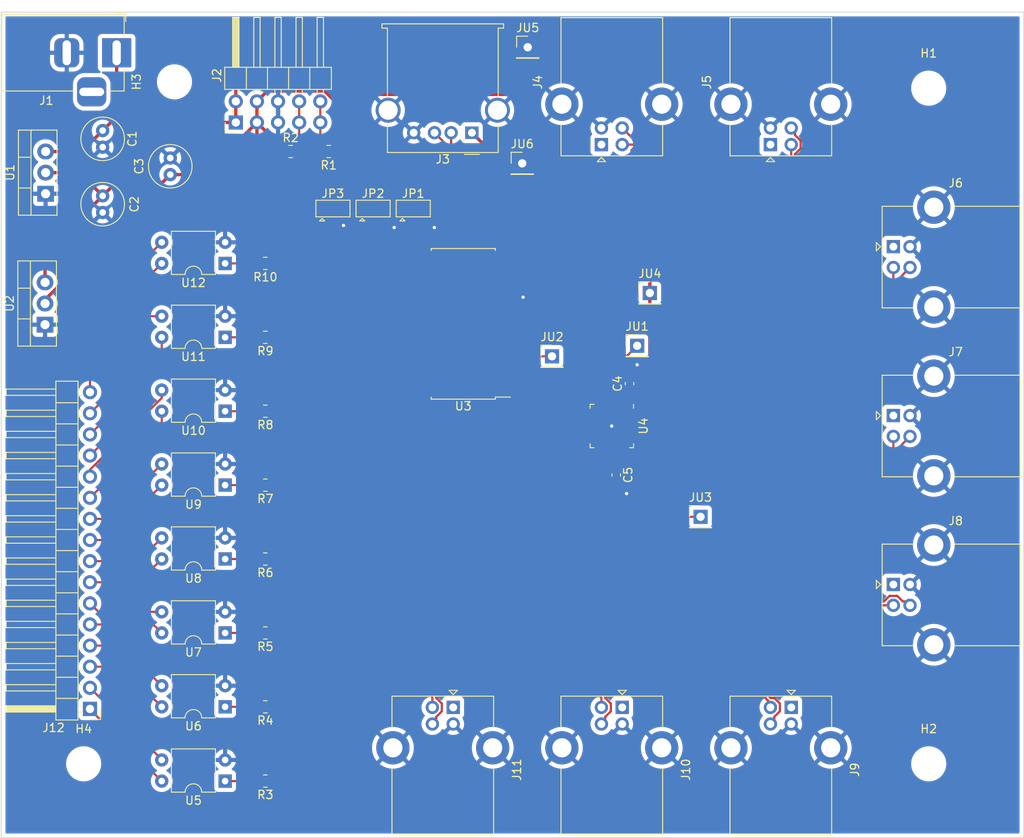
<source format=kicad_pcb>
(kicad_pcb (version 20211014) (generator pcbnew)
  (layers (0 "F.Cu" signal) (31 "B.Cu" signal) (34 "B.Paste" user) (35 "F.Paste" user) (36 "B.SilkS" user "B.Silkscreen") (37 "F.SilkS" user "F.Silkscreen") (38 "B.Mask" user) (39 "F.Mask" user) (44 "Edge.Cuts" user))
  (net 0 "")
  (net 1 "+6V")
  (net 2 "GND")
  (net 3 "+5V")
  (net 4 "+3V3")
  (net 13 "Net-(R3-Pad1)")
  (net 14 "Net-(R3-Pad2)")
  (net 15 "Net-(R4-Pad1)")
  (net 16 "Net-(R4-Pad2)")
  (net 17 "Net-(R5-Pad1)")
  (net 18 "Net-(R5-Pad2)")
  (net 19 "Net-(R6-Pad1)")
  (net 20 "Net-(R6-Pad2)")
  (net 21 "Net-(R7-Pad1)")
  (net 22 "Net-(R7-Pad2)")
  (net 23 "Net-(R8-Pad2)")
  (net 24 "Net-(R9-Pad2)")
  (net 25 "Net-(R10-Pad1)")
  (net 26 "Net-(R10-Pad2)")
  (net 35 "/D7-")
  (net 36 "/D7+")
  (net 37 "/D6-")
  (net 38 "/D6+")
  (net 39 "/D5+")
  (net 40 "/D5-")
  (net 41 "/D4+")
  (net 42 "/D4-")
  (net 43 "/D3+")
  (net 44 "/D3-")
  (net 45 "/D2+")
  (net 46 "/D2-")
  (net 47 "/D1+")
  (net 48 "/D1-")
  (net 49 "/D0+")
  (net 50 "/D0-")
  (net 51 "/COM-")
  (net 52 "/COM+")
  (net 53 "Net-(C5-Pad1)")
  (net 54 "Net-(J2-Pad7)")
  (net 55 "Net-(J2-Pad10)")
  (net 56 "Net-(J12-Pad1)")
  (net 57 "Net-(J12-Pad2)")
  (net 58 "Net-(J12-Pad3)")
  (net 59 "Net-(J12-Pad4)")
  (net 60 "Net-(J12-Pad5)")
  (net 61 "Net-(J12-Pad6)")
  (net 62 "Net-(J12-Pad7)")
  (net 63 "Net-(J12-Pad8)")
  (net 64 "Net-(J12-Pad9)")
  (net 65 "Net-(J12-Pad10)")
  (net 66 "Net-(J12-Pad11)")
  (net 67 "Net-(J12-Pad12)")
  (net 68 "Net-(J12-Pad13)")
  (net 69 "Net-(J12-Pad14)")
  (net 70 "Net-(J12-Pad15)")
  (net 71 "Net-(J12-Pad16)")
  (net 72 "Net-(JP1-Pad2)")
  (net 73 "Net-(JP2-Pad2)")
  (net 74 "Net-(JP3-Pad2)")
  (net 75 "Net-(JU1-Pad1)")
  (net 76 "Net-(JU2-Pad1)")
  (net 77 "Net-(R8-Pad1)")
  (net 78 "Net-(R9-Pad1)")
  (net 79 "Net-(U3-Pad3)")
  (net 80 "Net-(U3-Pad2)")
  (net 81 "Net-(U3-Pad1)")
  (net 82 "Net-(J3-Pad1)")
  (footprint "Connector_USB:USB_B_Lumberg_2411_02_Horizontal" (layer "F.Cu") (at 151.11 125.2925 -90)
    (fp_text reference "J11")
    (fp_text value "USB_B")
  )
  (footprint "Connector_USB:USB_B_Lumberg_2411_02_Horizontal" (layer "F.Cu") (at 204.0325 69.87)
    (fp_text reference "J6")
    (fp_text value "USB_B")
  )
  (footprint "Package_DIP:DIP-4_W7.62mm" (layer "F.Cu") (at 123.688 80.772 180)
    (fp_text reference "U11")
    (fp_text value "PC817")
  )
  (footprint "Connector_PinHeader_2.54mm:PinHeader_1x01_P2.54mm_Vertical" (layer "F.Cu") (at 173.228 81.788)
    (fp_text reference "JU1")
    (fp_text value "GPB3_Jump")
  )
  (footprint "Connector_PinHeader_2.54mm:PinHeader_1x01_P2.54mm_Vertical" (layer "F.Cu") (at 174.752 75.438)
    (fp_text reference "JU4")
    (fp_text value "3.3V_Jump")
  )
  (footprint "Resistor_SMD:R_0805_2012Metric_Pad1.20x1.40mm_HandSolder" (layer "F.Cu") (at 136.144 58.42 180)
    (fp_text reference "R1")
    (fp_text value "1k")
  )
  (footprint "MountingHole:MountingHole_3.2mm_M3" (layer "F.Cu") (at 208.28 132.08)
    (fp_text reference "H2")
    (fp_text value "MountingHole")
  )
  (footprint "Capacitor_SMD:C_0603_1608Metric_Pad1.08x0.95mm_HandSolder" (layer "F.Cu") (at 172.31 86.34 90)
    (fp_text reference "C4")
    (fp_text value "0.1uF")
  )
  (footprint "Connector_PinHeader_2.54mm:PinHeader_2x05_P2.54mm_Horizontal" (layer "F.Cu") (at 124.973 54.926 90)
    (fp_text reference "J2")
    (fp_text value "Conn_01x10")
  )
  (footprint "Connector_PinHeader_2.54mm:PinHeader_1x01_P2.54mm_Vertical" (layer "F.Cu") (at 162.99 83.058)
    (fp_text reference "JU2")
    (fp_text value "GPB3_Jump")
  )
  (footprint "Package_DIP:DIP-4_W7.62mm" (layer "F.Cu") (at 123.688 98.552 180)
    (fp_text reference "U9")
    (fp_text value "PC817")
  )
  (footprint "Connector_USB:USB_B_Lumberg_2411_02_Horizontal" (layer "F.Cu") (at 191.75 125.2925 -90)
    (fp_text reference "J9")
    (fp_text value "USB_B")
  )
  (footprint "Connector_USB:USB_B_Lumberg_2411_02_Horizontal" (layer "F.Cu") (at 168.93 57.5875 90)
    (fp_text reference "J4")
    (fp_text value "USB_B")
  )
  (footprint "Resistor_SMD:R_0805_2012Metric_Pad1.20x1.40mm_HandSolder" (layer "F.Cu") (at 131.572 58.42)
    (fp_text reference "R2")
    (fp_text value "1k")
  )
  (footprint "Jumper:SolderJumper-3_P1.3mm_Open_Pad1.0x1.5mm" (layer "F.Cu") (at 146.304 65.278)
    (fp_text reference "JP1")
    (fp_text value "Addr")
  )
  (footprint "Connector_PinHeader_2.54mm:PinHeader_1x01_P2.54mm_Vertical" (layer "F.Cu") (at 159.4104 59.8424)
    (fp_text reference "JU6")
    (fp_text value "5V_Jump")
  )
  (footprint "MountingHole:MountingHole_3.2mm_M3" (layer "F.Cu") (at 117.602 50.038)
    (fp_text reference "H3")
    (fp_text value "MountingHole")
  )
  (footprint "Package_TO_SOT_THT:TO-220-3_Vertical" (layer "F.Cu") (at 102.037 79.248 90)
    (fp_text reference "U2")
    (fp_text value "LT1085-3.3")
  )
  (footprint "Package_DIP:DIP-4_W7.62mm" (layer "F.Cu") (at 123.688 107.442 180)
    (fp_text reference "U8")
    (fp_text value "PC817")
  )
  (footprint "Resistor_SMD:R_0805_2012Metric_Pad1.20x1.40mm_HandSolder" (layer "F.Cu") (at 128.524 89.662 180)
    (fp_text reference "R8")
    (fp_text value "100")
  )
  (footprint "Connector_PinHeader_2.54mm:PinHeader_1x01_P2.54mm_Vertical" (layer "F.Cu") (at 180.848 102.362)
    (fp_text reference "JU3")
    (fp_text value "3.3V_Jump")
  )
  (footprint "Resistor_SMD:R_0805_2012Metric_Pad1.20x1.40mm_HandSolder" (layer "F.Cu") (at 128.524 116.337 180)
    (fp_text reference "R5")
    (fp_text value "100")
  )
  (footprint "Resistor_SMD:R_0805_2012Metric_Pad1.20x1.40mm_HandSolder" (layer "F.Cu") (at 128.524 107.442 180)
    (fp_text reference "R6")
    (fp_text value "100")
  )
  (footprint "Connector_PinHeader_2.54mm:PinHeader_1x16_P2.54mm_Horizontal" (layer "F.Cu") (at 107.442 125.476 180)
    (fp_text reference "J12")
    (fp_text value "Conn_01x16")
  )
  (footprint "Jumper:SolderJumper-3_P1.3mm_Open_Pad1.0x1.5mm" (layer "F.Cu") (at 136.652 65.278)
    (fp_text reference "JP3")
    (fp_text value "Addr")
  )
  (footprint "Connector_USB:USB_B_Lumberg_2411_02_Horizontal" (layer "F.Cu") (at 204.0325 90.19)
    (fp_text reference "J7")
    (fp_text value "USB_B")
  )
  (footprint "Connector_USB:USB_A_Molex_67643_Horizontal" (layer "F.Cu") (at 153.36 56.16 180)
    (fp_text reference "J3")
    (fp_text value "USB_A")
  )
  (footprint "Resistor_SMD:R_0805_2012Metric_Pad1.20x1.40mm_HandSolder" (layer "F.Cu") (at 128.524 134.158 180)
    (fp_text reference "R3")
    (fp_text value "100")
  )
  (footprint "Capacitor_THT:C_Radial_D5.0mm_H11.0mm_P2.00mm" (layer "F.Cu") (at 117.094 61.198 90)
    (fp_text reference "C3")
    (fp_text value "10uF")
  )
  (footprint "Connector_PinHeader_2.54mm:PinHeader_1x01_P2.54mm_Vertical" (layer "F.Cu") (at 160.0708 45.8724)
    (fp_text reference "JU5")
    (fp_text value "5V_Jump")
  )
  (footprint "Connector_USB:USB_B_Lumberg_2411_02_Horizontal" (layer "F.Cu") (at 204.0325 110.51)
    (fp_text reference "J8")
    (fp_text value "USB_B")
  )
  (footprint "Package_DIP:DIP-4_W7.62mm" (layer "F.Cu") (at 123.688 125.222 180)
    (fp_text reference "U6")
    (fp_text value "PC817")
  )
  (footprint "AdditionalParts:MAX4999" (layer "F.Cu") (at 170.18 91.44 -90)
    (fp_text reference "U4")
    (fp_text value "MAX4999")
  )
  (footprint "Capacitor_THT:C_Radial_D5.0mm_H11.0mm_P2.00mm" (layer "F.Cu") (at 108.966 63.754 -90)
    (fp_text reference "C2")
    (fp_text value "10uF")
  )
  (footprint "Package_DIP:DIP-4_W7.62mm" (layer "F.Cu") (at 123.688 116.337 180)
    (fp_text reference "U7")
    (fp_text value "PC817")
  )
  (footprint "MountingHole:MountingHole_3.2mm_M3" (layer "F.Cu") (at 106.68 132.08)
    (fp_text reference "H4")
    (fp_text value "MountingHole")
  )
  (footprint "Jumper:SolderJumper-3_P1.3mm_Open_Pad1.0x1.5mm" (layer "F.Cu") (at 141.478 65.278)
    (fp_text reference "JP2")
    (fp_text value "Addr")
  )
  (footprint "MountingHole:MountingHole_3.2mm_M3" (layer "F.Cu") (at 208.28 50.8)
    (fp_text reference "H1")
    (fp_text value "MountingHole")
  )
  (footprint "Connector_USB:USB_B_Lumberg_2411_02_Horizontal" (layer "F.Cu") (at 189.25 57.5875 90)
    (fp_text reference "J5")
    (fp_text value "USB_B")
  )
  (footprint "Capacitor_SMD:C_0603_1608Metric_Pad1.08x0.95mm_HandSolder" (layer "F.Cu") (at 170.71 97.3325 -90)
    (fp_text reference "C5")
    (fp_text value "0.1uF")
  )
  (footprint "Package_DIP:DIP-4_W7.62mm" (layer "F.Cu") (at 123.688 71.882 180)
    (fp_text reference "U12")
    (fp_text value "PC817")
  )
  (footprint "Package_DIP:DIP-4_W7.62mm" (layer "F.Cu") (at 123.688 134.158 180)
    (fp_text reference "U5")
    (fp_text value "PC817")
  )
  (footprint "Package_DIP:DIP-4_W7.62mm" (layer "F.Cu") (at 123.688 89.662 180)
    (fp_text reference "U10")
    (fp_text value "PC817")
  )
  (footprint "Resistor_SMD:R_0805_2012Metric_Pad1.20x1.40mm_HandSolder" (layer "F.Cu") (at 128.524 71.882 180)
    (fp_text reference "R10")
    (fp_text value "100")
  )
  (footprint "Resistor_SMD:R_0805_2012Metric_Pad1.20x1.40mm_HandSolder" (layer "F.Cu") (at 128.524 80.772 180)
    (fp_text reference "R9")
    (fp_text value "100")
  )
  (footprint "Resistor_SMD:R_0805_2012Metric_Pad1.20x1.40mm_HandSolder" (layer "F.Cu") (at 128.524 125.222 180)
    (fp_text reference "R4")
    (fp_text value "100")
  )
  (footprint "Package_SO:SOIC-28W_7.5x17.9mm_P1.27mm" (layer "F.Cu") (at 152.32 79.15 180)
    (fp_text reference "U3")
    (fp_text value "MCP23017_SO")
  )
  (footprint "Connector_BarrelJack:BarrelJack_Horizontal" (layer "F.Cu") (at 110.648 46.5405)
    (fp_text reference "J1")
    (fp_text value "Jack-DC")
  )
  (footprint "Capacitor_THT:C_Radial_D5.0mm_H11.0mm_P2.00mm" (layer "F.Cu") (at 108.966 55.896 -90)
    (fp_text reference "C1")
    (fp_text value "10uF")
  )
  (footprint "Resistor_SMD:R_0805_2012Metric_Pad1.20x1.40mm_HandSolder" (layer "F.Cu") (at 128.524 98.552 180)
    (fp_text reference "R7")
    (fp_text value "100")
  )
  (footprint "Connector_USB:USB_B_Lumberg_2411_02_Horizontal" (layer "F.Cu") (at 171.43 125.2925 -90)
    (fp_text reference "J10")
    (fp_text value "USB_B")
  )
  (footprint "Package_TO_SOT_THT:TO-220-3_Vertical" (layer "F.Cu") (at 102.108 63.5 90)
    (fp_text reference "U1")
    (fp_text value "LT1085-5.0")
  )
  (gr_rect (start 96.774 41.656) (end 219.71 140.97) (layer "Edge.Cuts") (width 0.1) (fill none))
  (segment (start 110.648 46.5405) (end 110.648 54.214) (width 0.4) (layer "F.Cu") (net 1))
  (segment (start 106.442 58.42) (end 108.966 55.896) (width 0.4) (layer "F.Cu") (net 1))
  (segment (start 102.108 58.42) (end 106.442 58.42) (width 0.4) (layer "F.Cu") (net 1))
  (segment (start 110.648 54.214) (end 108.966 55.896) (width 0.4) (layer "F.Cu") (net 1))
  (segment (start 170.18 91.212328) (end 170.18 91.44) (width 0.25) (layer "F.Cu") (net 2))
  (segment (start 170.71 98.32) (end 171.958 99.568) (width 0.25) (layer "F.Cu") (net 2))
  (segment (start 168.43 93.8775) (end 168.43 93.417672) (width 0.25) (layer "F.Cu") (net 2))
  (segment (start 169.43 90.69) (end 170.18 91.44) (width 0.25) (layer "F.Cu") (net 2))
  (segment (start 169.43 92.19) (end 170.17 91.45) (width 0.25) (layer "F.Cu") (net 2))
  (segment (start 172.6175 90.69) (end 170.93 90.69) (width 0.25) (layer "F.Cu") (net 2))
  (segment (start 142.778 65.278) (end 142.778 66.324) (width 0.25) (layer "F.Cu") (net 2))
  (segment (start 171.93 93.8775) (end 171.93 93.40894) (width 0.25) (layer "F.Cu") (net 2))
  (segment (start 170.18 91.65894) (end 170.18 91.44) (width 0.25) (layer "F.Cu") (net 2))
  (segment (start 159.483 75.975) (end 159.512 75.946) (width 0.25) (layer "F.Cu") (net 2))
  (segment (start 171.93 89.0025) (end 171.93 89.462328) (width 0.25) (layer "F.Cu") (net 2))
  (segment (start 137.952 67.28) (end 137.922 67.31) (width 0.25) (layer "F.Cu") (net 2))
  (segment (start 172.31 85.4775) (end 172.31 84.992) (width 0.25) (layer "F.Cu") (net 2))
  (segment (start 170.18 91.667672) (end 170.18 91.44) (width 0.25) (layer "F.Cu") (net 2))
  (segment (start 170.17 91.45) (end 170.18 91.44) (width 0.25) (layer "F.Cu") (net 2))
  (segment (start 171.93 89.462328) (end 170.18 91.212328) (width 0.25) (layer "F.Cu") (net 2))
  (segment (start 172.31 84.992) (end 173.228 84.074) (width 0.25) (layer "F.Cu") (net 2))
  (segment (start 137.952 65.278) (end 137.952 67.28) (width 0.25) (layer "F.Cu") (net 2))
  (segment (start 170.43 93.8775) (end 170.43 91.69) (width 0.25) (layer "F.Cu") (net 2))
  (segment (start 170.71 98.195) (end 170.71 98.32) (width 0.25) (layer "F.Cu") (net 2))
  (segment (start 167.7425 92.19) (end 169.43 92.19) (width 0.25) (layer "F.Cu") (net 2))
  (segment (start 170.93 92.19) (end 170.18 91.44) (width 0.25) (layer "F.Cu") (net 2))
  (segment (start 170.93 90.69) (end 170.18 91.44) (width 0.25) (layer "F.Cu") (net 2))
  (segment (start 142.778 66.324) (end 144.018 67.564) (width 0.25) (layer "F.Cu") (net 2))
  (segment (start 167.7425 90.69) (end 169.43 90.69) (width 0.25) (layer "F.Cu") (net 2))
  (segment (start 170.43 91.69) (end 170.18 91.44) (width 0.25) (layer "F.Cu") (net 2))
  (segment (start 147.604 65.278) (end 147.604 66.324) (width 0.25) (layer "F.Cu") (net 2))
  (segment (start 171.93 93.40894) (end 170.18 91.65894) (width 0.25) (layer "F.Cu") (net 2))
  (segment (start 172.6175 92.19) (end 170.93 92.19) (width 0.25) (layer "F.Cu") (net 2))
  (segment (start 168.43 93.417672) (end 170.18 91.667672) (width 0.25) (layer "F.Cu") (net 2))
  (segment (start 147.604 66.324) (end 148.844 67.564) (width 0.25) (layer "F.Cu") (net 2))
  (segment (start 156.97 75.975) (end 159.483 75.975) (width 0.25) (layer "F.Cu") (net 2))
  (via (at 148.844 67.564) (size 0.8) (drill 0.4) (layers "F.Cu" "B.Cu") (net 2))
  (via (at 173.228 84.074) (size 0.8) (drill 0.4) (layers "F.Cu" "B.Cu") (net 2))
  (via (at 159.512 75.946) (size 0.8) (drill 0.4) (layers "F.Cu" "B.Cu") (net 2))
  (via (at 170.17 91.45) (size 0.8) (drill 0.4) (layers "F.Cu" "B.Cu") (net 2))
  (via (at 137.922 67.31) (size 0.8) (drill 0.4) (layers "F.Cu" "B.Cu") (net 2))
  (via (at 144.018 67.564) (size 0.8) (drill 0.4) (layers "F.Cu" "B.Cu") (net 2))
  (via (at 171.958 99.568) (size 0.8) (drill 0.4) (layers "F.Cu" "B.Cu") (net 2))
  (segment (start 102.037 70.683) (end 108.966 63.754) (width 0.4) (layer "F.Cu") (net 3))
  (segment (start 106.172 60.96) (end 108.966 63.754) (width 0.4) (layer "F.Cu") (net 3))
  (segment (start 108.966 63.754) (end 117.794 54.926) (width 0.4) (layer "F.Cu") (net 3))
  (segment (start 124.973 48.636) (end 127.7366 45.8724) (width 0.4) (layer "F.Cu") (net 3))
  (segment (start 124.973 52.386) (end 124.973 48.636) (width 0.4) (layer "F.Cu") (net 3))
  (segment (start 127.7366 45.8724) (end 160.0708 45.8724) (width 0.4) (layer "F.Cu") (net 3))
  (segment (start 117.794 54.926) (end 124.973 54.926) (width 0.4) (layer "F.Cu") (net 3))
  (segment (start 124.973 54.926) (end 124.973 52.386) (width 0.4) (layer "F.Cu") (net 3))
  (segment (start 102.108 60.96) (end 106.172 60.96) (width 0.4) (layer "F.Cu") (net 3))
  (segment (start 102.037 74.168) (end 102.037 70.683) (width 0.4) (layer "F.Cu") (net 3))
  (segment (start 127.513 65.029) (end 127.513 60.203) (width 0.4) (layer "F.Cu") (net 4))
  (segment (start 137.144 52.629924) (end 135.650565 51.136489) (width 0.4) (layer "F.Cu") (net 4))
  (segment (start 128.762511 51.136489) (end 127.513 52.386) (width 0.4) (layer "F.Cu") (net 4))
  (segment (start 137.144 52.629924) (end 138.223435 51.550489) (width 0.4) (layer "F.Cu") (net 4))
  (segment (start 171.66625 87.84625) (end 172.31 87.2025) (width 0.25) (layer "F.Cu") (net 4))
  (segment (start 171.43 89.0025) (end 171.43 88.0825) (width 0.25) (layer "F.Cu") (net 4))
  (segment (start 130.572 57.985) (end 127.513 54.926) (width 0.4) (layer "F.Cu") (net 4))
  (segment (start 102.037 76.255) (end 117.094 61.198) (width 0.4) (layer "F.Cu") (net 4))
  (segment (start 174.752 68.072) (end 174.752 84.7605) (width 0.4) (layer "F.Cu") (net 4))
  (segment (start 137.144 58.42) (end 137.144 52.629924) (width 0.4) (layer "F.Cu") (net 4))
  (segment (start 134.141 74.705) (end 131.572 72.136) (width 0.4) (layer "F.Cu") (net 4))
  (segment (start 135.352 64.528978) (end 135.752489 64.128489) (width 0.4) (layer "F.Cu") (net 4))
  (segment (start 102.037 76.708) (end 102.037 76.255) (width 0.4) (layer "F.Cu") (net 4))
  (segment (start 140.087511 64.128489) (end 143.854489 64.128489) (width 0.4) (layer "F.Cu") (net 4))
  (segment (start 156.97 77.245) (end 150.742138 77.245) (width 0.4) (layer "F.Cu") (net 4))
  (segment (start 121.241 61.198) (end 127.513 54.926) (width 0.4) (layer "F.Cu") (net 4))
  (segment (start 150.742138 77.245) (end 148.202138 74.705) (width 0.4) (layer "F.Cu") (net 4))
  (segment (start 127.513 54.926) (end 127.513 52.386) (width 0.4) (layer "F.Cu") (net 4))
  (segment (start 147.67 74.705) (end 134.141 74.705) (width 0.4) (layer "F.Cu") (net 4))
  (segment (start 148.202138 74.705) (end 147.67 74.705) (width 0.4) (layer "F.Cu") (net 4))
  (segment (start 130.572 58.42) (end 130.572 57.985) (width 0.4) (layer "F.Cu") (net 4))
  (segment (start 127.513 60.203) (end 127.513 54.926) (width 0.4) (layer "F.Cu") (net 4))
  (segment (start 135.650565 51.136489) (end 128.762511 51.136489) (width 0.4) (layer "F.Cu") (net 4))
  (segment (start 171.43 88.0825) (end 171.66625 87.84625) (width 0.25) (layer "F.Cu") (net 4))
  (segment (start 131.572 69.088) (end 127.513 65.029) (width 0.4) (layer "F.Cu") (net 4))
  (segment (start 135.352 65.278) (end 135.352 64.528978) (width 0.4) (layer "F.Cu") (net 4))
  (segment (start 140.178 65.278) (end 140.178 64.218978) (width 0.4) (layer "F.Cu") (net 4))
  (segment (start 138.223435 51.550489) (end 158.230489 51.550489) (width 0.4) (layer "F.Cu") (net 4))
  (segment (start 131.572 72.136) (end 131.572 69.088) (width 0.4) (layer "F.Cu") (net 4))
  (segment (start 140.178 64.218978) (end 140.087511 64.128489) (width 0.4) (layer "F.Cu") (net 4))
  (segment (start 117.094 61.198) (end 121.241 61.198) (width 0.4) (layer "F.Cu") (net 4))
  (segment (start 174.752 84.7605) (end 172.31 87.2025) (width 0.4) (layer "F.Cu") (net 4))
  (segment (start 158.230489 51.550489) (end 174.752 68.072) (width 0.4) (layer "F.Cu") (net 4))
  (segment (start 127.513 60.203) (end 132.588 65.278) (width 0.4) (layer "F.Cu") (net 4))
  (segment (start 143.854489 64.128489) (end 145.004 65.278) (width 0.4) (layer "F.Cu") (net 4))
  (segment (start 135.752489 64.128489) (end 140.087511 64.128489) (width 0.4) (layer "F.Cu") (net 4))
  (segment (start 132.588 65.278) (end 135.352 65.278) (width 0.4) (layer "F.Cu") (net 4))
  (segment (start 137.16 97.536) (end 137.16 126.522) (width 0.25) (layer "F.Cu") (net 13))
  (segment (start 147.67 87.405) (end 147.291 87.405) (width 0.25) (layer "F.Cu") (net 13))
  (segment (start 147.291 87.405) (end 137.16 97.536) (width 0.25) (layer "F.Cu") (net 13))
  (segment (start 137.16 126.522) (end 129.524 134.158) (width 0.25) (layer "F.Cu") (net 13))
  (segment (start 123.688 134.158) (end 127.524 134.158) (width 0.25) (layer "F.Cu") (net 14))
  (segment (start 131.318 123.428) (end 129.524 125.222) (width 0.25) (layer "F.Cu") (net 15))
  (segment (start 131.318 102.060928) (end 131.318 123.428) (width 0.25) (layer "F.Cu") (net 15))
  (segment (start 147.243928 86.135) (end 131.318 102.060928) (width 0.25) (layer "F.Cu") (net 15))
  (segment (start 147.67 86.135) (end 147.243928 86.135) (width 0.25) (layer "F.Cu") (net 15))
  (segment (start 123.688 125.222) (end 127.524 125.222) (width 0.25) (layer "F.Cu") (net 16))
  (segment (start 130.44852 101.660408) (end 130.44852 115.41248) (width 0.25) (layer "F.Cu") (net 17))
  (segment (start 147.67 84.865) (end 147.243928 84.865) (width 0.25) (layer "F.Cu") (net 17))
  (segment (start 147.243928 84.865) (end 130.44852 101.660408) (width 0.25) (layer "F.Cu") (net 17))
  (segment (start 130.44852 115.41248) (end 129.524 116.337) (width 0.25) (layer "F.Cu") (net 17))
  (segment (start 123.688 116.337) (end 127.524 116.337) (width 0.25) (layer "F.Cu") (net 18))
  (segment (start 147.243928 83.595) (end 129.524 101.314928) (width 0.25) (layer "F.Cu") (net 19))
  (segment (start 147.67 83.595) (end 147.243928 83.595) (width 0.25) (layer "F.Cu") (net 19))
  (segment (start 129.524 101.314928) (end 129.524 107.442) (width 0.25) (layer "F.Cu") (net 19))
  (segment (start 123.688 107.442) (end 127.524 107.442) (width 0.25) (layer "F.Cu") (net 20))
  (segment (start 145.78 82.296) (end 129.524 98.552) (width 0.25) (layer "F.Cu") (net 21))
  (segment (start 147.67 82.325) (end 147.641 82.296) (width 0.25) (layer "F.Cu") (net 21))
  (segment (start 147.641 82.296) (end 145.78 82.296) (width 0.25) (layer "F.Cu") (net 21))
  (segment (start 123.688 98.552) (end 127.524 98.552) (width 0.25) (layer "F.Cu") (net 22))
  (segment (start 123.688 89.662) (end 127.524 89.662) (width 0.25) (layer "F.Cu") (net 23))
  (segment (start 123.688 80.772) (end 127.524 80.772) (width 0.25) (layer "F.Cu") (net 24))
  (segment (start 147.67 78.515) (end 134.903 78.515) (width 0.25) (layer "F.Cu") (net 25))
  (segment (start 129.524 73.136) (end 129.524 71.882) (width 0.25) (layer "F.Cu") (net 25))
  (segment (start 134.903 78.515) (end 129.524 73.136) (width 0.25) (layer "F.Cu") (net 25))
  (segment (start 123.688 71.882) (end 127.524 71.882) (width 0.25) (layer "F.Cu") (net 26))
  (segment (start 171.43 57.5875) (end 172.773363 57.5875) (width 0.261112) (layer "F.Cu") (net 35))
  (segment (start 172.78193 58.020333) (end 172.781931 58.020332) (width 0.261112) (layer "F.Cu") (net 35))
  (segment (start 172.853837 89.707843) (end 172.635343 89.707843) (width 0.261112) (layer "F.Cu") (net 35))
  (segment (start 174.478987 59.293124) (end 178.837844 63.651981) (width 0.261112) (layer "F.Cu") (net 35))
  (segment (start 173.630459 58.86886) (end 173.475531 59.023787) (width 0.261112) (layer "F.Cu") (net 35))
  (segment (start 173.630458 58.868861) (end 173.630459 58.86886) (width 0.261112) (layer "F.Cu") (net 35))
  (segment (start 173.051268 58.599522) (end 173.051267 58.599523) (width 0.261112) (layer "F.Cu") (net 35))
  (segment (start 173.630458 58.444595) (end 173.630459 58.444596) (width 0.261112) (layer "F.Cu") (net 35))
  (segment (start 172.773363 57.5875) (end 172.781931 57.596068) (width 0.261112) (layer "F.Cu") (net 35))
  (segment (start 173.051267 58.599523) (end 173.206194 58.444595) (width 0.261112) (layer "F.Cu") (net 35))
  (segment (start 172.635343 89.707843) (end 172.6175 89.69) (width 0.261112) (layer "F.Cu") (net 35))
  (segment (start 173.899796 59.44805) (end 173.899795 59.448051) (width 0.261112) (layer "F.Cu") (net 35))
  (segment (start 173.899795 59.448051) (end 174.054722 59.293123) (width 0.261112) (layer "F.Cu") (net 35))
  (segment (start 172.781931 58.020332) (end 172.627003 58.175259) (width 0.261112) (layer "F.Cu") (net 35))
  (segment (start 174.478986 59.293123) (end 174.478987 59.293124) (width 0.261112) (layer "F.Cu") (net 35))
  (segment (start 178.837844 83.723836) (end 172.853837 89.707843) (width 0.261112) (layer "F.Cu") (net 35))
  (segment (start 178.837844 63.651981) (end 178.837844 83.723836) (width 0.261112) (layer "F.Cu") (net 35))
  (arc (start 172.781931 57.596068) (mid 172.869799 57.808201) (end 172.78193 58.020333) (width 0.261112) (layer "F.Cu") (net 35))
  (arc (start 173.475531 59.448051) (mid 173.687664 59.535919) (end 173.899796 59.44805) (width 0.261112) (layer "F.Cu") (net 35))
  (arc (start 173.630459 58.444596) (mid 173.718327 58.656729) (end 173.630458 58.868861) (width 0.261112) (layer "F.Cu") (net 35))
  (arc (start 173.475531 59.023787) (mid 173.387663 59.235919) (end 173.475531 59.448051) (width 0.261112) (layer "F.Cu") (net 35))
  (arc (start 172.627003 58.599523) (mid 172.839136 58.687391) (end 173.051268 58.599522) (width 0.261112) (layer "F.Cu") (net 35))
  (arc (start 174.054722 59.293123) (mid 174.266854 59.205255) (end 174.478986 59.293123) (width 0.261112) (layer "F.Cu") (net 35))
  (arc (start 172.627003 58.175259) (mid 172.539135 58.387391) (end 172.627003 58.599523) (width 0.261112) (layer "F.Cu") (net 35))
  (arc (start 173.206194 58.444595) (mid 173.418326 58.356727) (end 173.630458 58.444595) (width 0.261112) (layer "F.Cu") (net 35))
  (segment (start 173.360076 89.91511) (end 173.360076 89.858244) (width 0.261112) (layer "F.Cu") (net 36))
  (segment (start 179.302156 83.916164) (end 179.302156 63.459656) (width 0.261112) (layer "F.Cu") (net 36))
  (segment (start 179.302156 63.459656) (end 171.43 55.5875) (width 0.261112) (layer "F.Cu") (net 36))
  (segment (start 173.103029 90.172157) (end 173.360076 89.91511) (width 0.261112) (layer "F.Cu") (net 36))
  (segment (start 172.6175 90.19) (end 172.635343 90.172157) (width 0.261112) (layer "F.Cu") (net 36))
  (segment (start 173.360076 89.858244) (end 179.302156 83.916164) (width 0.261112) (layer "F.Cu") (net 36))
  (segment (start 172.635343 90.172157) (end 173.103029 90.172157) (width 0.261112) (layer "F.Cu") (net 36))
  (segment (start 191.214165 59.94) (end 191.45 59.94) (width 0.261112) (layer "F.Cu") (net 37))
  (segment (start 191.45 60.54) (end 191.214165 60.54) (width 0.261112) (layer "F.Cu") (net 37))
  (segment (start 191.45 59.34) (end 191.214165 59.34) (width 0.261112) (layer "F.Cu") (net 37))
  (segment (start 191.75 62.69) (end 191.75 72.92168) (width 0.261112) (layer "F.Cu") (net 37))
  (segment (start 172.635343 91.207843) (end 172.6175 91.19) (width 0.261112) (layer "F.Cu") (net 37))
  (segment (start 173.463837 91.207843) (end 172.635343 91.207843) (width 0.261112) (layer "F.Cu") (net 37))
  (segment (start 191.214165 62.34) (end 191.45 62.34) (width 0.261112) (layer "F.Cu") (net 37))
  (segment (start 191.75 62.64) (end 191.75 62.69) (width 0.261112) (layer "F.Cu") (net 37))
  (segment (start 191.75 72.92168) (end 173.463837 91.207843) (width 0.261112) (layer "F.Cu") (net 37))
  (segment (start 191.214165 61.14) (end 191.45 61.14) (width 0.261112) (layer "F.Cu") (net 37))
  (segment (start 191.75 57.5875) (end 191.75 59.04) (width 0.261112) (layer "F.Cu") (net 37))
  (segment (start 191.45 61.74) (end 191.214165 61.74) (width 0.261112) (layer "F.Cu") (net 37))
  (arc (start 191.214165 60.54) (mid 191.002033 60.627868) (end 190.914165 60.84) (width 0.261112) (layer "F.Cu") (net 37))
  (arc (start 191.75 60.24) (mid 191.662132 60.452132) (end 191.45 60.54) (width 0.261112) (layer "F.Cu") (net 37))
  (arc (start 191.214165 61.74) (mid 191.002033 61.827868) (end 190.914165 62.04) (width 0.261112) (layer "F.Cu") (net 37))
  (arc (start 190.914165 59.64) (mid 191.002033 59.852132) (end 191.214165 59.94) (width 0.261112) (layer "F.Cu") (net 37))
  (arc (start 191.45 59.94) (mid 191.662132 60.027868) (end 191.75 60.24) (width 0.261112) (layer "F.Cu") (net 37))
  (arc (start 191.45 61.14) (mid 191.662132 61.227868) (end 191.75 61.44) (width 0.261112) (layer "F.Cu") (net 37))
  (arc (start 191.75 61.44) (mid 191.662132 61.652132) (end 191.45 61.74) (width 0.261112) (layer "F.Cu") (net 37))
  (arc (start 190.914165 60.84) (mid 191.002033 61.052132) (end 191.214165 61.14) (width 0.261112) (layer "F.Cu") (net 37))
  (arc (start 190.914165 62.04) (mid 191.002033 62.252132) (end 191.214165 62.34) (width 0.261112) (layer "F.Cu") (net 37))
  (arc (start 191.214165 59.34) (mid 191.002033 59.427868) (end 190.914165 59.64) (width 0.261112) (layer "F.Cu") (net 37))
  (arc (start 191.45 62.34) (mid 191.662132 62.427868) (end 191.75 62.64) (width 0.261112) (layer "F.Cu") (net 37))
  (arc (start 191.75 59.04) (mid 191.662132 59.252132) (end 191.45 59.34) (width 0.261112) (layer "F.Cu") (net 37))
  (segment (start 172.635343 91.672157) (end 172.6175 91.69) (width 0.261112) (layer "F.Cu") (net 38))
  (segment (start 173.656163 91.672157) (end 172.635343 91.672157) (width 0.261112) (layer "F.Cu") (net 38))
  (segment (start 191.75 55.5875) (end 192.214312 56.051812) (width 0.261112) (layer "F.Cu") (net 38))
  (segment (start 192.880067 57.11941) (end 192.880067 58.05559) (width 0.261112) (layer "F.Cu") (net 38))
  (segment (start 192.214312 73.114008) (end 173.656163 91.672157) (width 0.261112) (layer "F.Cu") (net 38))
  (segment (start 192.880067 58.05559) (end 192.214312 58.721345) (width 0.261112) (layer "F.Cu") (net 38))
  (segment (start 192.214312 58.721345) (end 192.214312 73.114008) (width 0.261112) (layer "F.Cu") (net 38))
  (segment (start 192.214312 56.051812) (end 192.214312 56.453655) (width 0.261112) (layer "F.Cu") (net 38))
  (segment (start 192.214312 56.453655) (end 192.880067 57.11941) (width 0.261112) (layer "F.Cu") (net 38))
  (segment (start 172.6175 93.19) (end 172.635343 93.172157) (width 0.261112) (layer "F.Cu") (net 39))
  (segment (start 172.635343 93.172157) (end 185.230343 93.172157) (width 0.261112) (layer "F.Cu") (net 39))
  (segment (start 185.230343 93.172157) (end 206.0325 72.37) (width 0.261112) (layer "F.Cu") (net 39))
  (segment (start 203.345666 73.975931) (end 203.345667 73.975931) (width 0.261112) (layer "F.Cu") (net 40))
  (segment (start 204.0325 73.713363) (end 203.769932 73.975931) (width 0.261112) (layer "F.Cu") (net 40))
  (segment (start 185.03802 92.707843) (end 172.635343 92.707843) (width 0.261112) (layer "F.Cu") (net 40))
  (segment (start 202.921403 74.824459) (end 199.775329 77.970534) (width 0.261112) (layer "F.Cu") (net 40))
  (segment (start 172.635343 92.707843) (end 172.6175 92.69) (width 0.261112) (layer "F.Cu") (net 40))
  (segment (start 204.0325 72.37) (end 204.0325 73.713363) (width 0.261112) (layer "F.Cu") (net 40))
  (segment (start 203.345667 73.975931) (end 203.090933 73.721197) (width 0.261112) (layer "F.Cu") (net 40))
  (segment (start 202.666669 74.145461) (end 202.921402 74.400194) (width 0.261112) (layer "F.Cu") (net 40))
  (segment (start 199.775329 77.970534) (end 185.03802 92.707843) (width 0.261112) (layer "F.Cu") (net 40))
  (segment (start 202.921402 74.824458) (end 202.921403 74.824459) (width 0.261112) (layer "F.Cu") (net 40))
  (arc (start 202.921402 74.400194) (mid 203.00927 74.612326) (end 202.921402 74.824458) (width 0.261112) (layer "F.Cu") (net 40))
  (arc (start 203.090933 73.721197) (mid 202.878801 73.633329) (end 202.666669 73.721197) (width 0.261112) (layer "F.Cu") (net 40))
  (arc (start 202.666669 73.721197) (mid 202.578801 73.933329) (end 202.666669 74.145461) (width 0.261112) (layer "F.Cu") (net 40))
  (arc (start 203.769932 73.975931) (mid 203.557799 74.063799) (end 203.345666 73.975931) (width 0.261112) (layer "F.Cu") (net 40))
  (segment (start 170.947843 94.822163) (end 172.115836 95.990156) (width 0.261112) (layer "F.Cu") (net 41))
  (segment (start 172.115836 95.990156) (end 202.732344 95.990156) (width 0.261112) (layer "F.Cu") (net 41))
  (segment (start 202.732344 95.990156) (end 206.0325 92.69) (width 0.261112) (layer "F.Cu") (net 41))
  (segment (start 170.93 93.8775) (end 170.947843 93.895343) (width 0.261112) (layer "F.Cu") (net 41))
  (segment (start 170.947843 93.895343) (end 170.947843 94.822163) (width 0.261112) (layer "F.Cu") (net 41))
  (segment (start 200.705844 95.225844) (end 200.705844 95.024715) (width 0.261112) (layer "F.Cu") (net 42))
  (segment (start 199.805844 95.525844) (end 199.755844 95.525844) (width 0.261112) (layer "F.Cu") (net 42))
  (segment (start 201.905844 95.225844) (end 201.905844 95.024715) (width 0.261112) (layer "F.Cu") (net 42))
  (segment (start 204.0325 92.69) (end 204.0325 94.033363) (width 0.261112) (layer "F.Cu") (net 42))
  (segment (start 171.412157 94.629837) (end 171.412157 93.895343) (width 0.261112) (layer "F.Cu") (net 42))
  (segment (start 171.412157 93.895343) (end 171.43 93.8775) (width 0.261112) (layer "F.Cu") (net 42))
  (segment (start 201.305844 95.024715) (end 201.305844 95.225844) (width 0.261112) (layer "F.Cu") (net 42))
  (segment (start 202.540019 95.525844) (end 202.205844 95.525844) (width 0.261112) (layer "F.Cu") (net 42))
  (segment (start 172.308164 95.525844) (end 171.412157 94.629837) (width 0.261112) (layer "F.Cu") (net 42))
  (segment (start 200.105844 95.024715) (end 200.105844 95.225844) (width 0.261112) (layer "F.Cu") (net 42))
  (segment (start 199.755844 95.525844) (end 172.308164 95.525844) (width 0.261112) (layer "F.Cu") (net 42))
  (segment (start 204.0325 94.033363) (end 202.540019 95.525844) (width 0.261112) (layer "F.Cu") (net 42))
  (arc (start 201.305844 95.225844) (mid 201.217976 95.437976) (end 201.005844 95.525844) (width 0.261112) (layer "F.Cu") (net 42))
  (arc (start 200.405844 94.724715) (mid 200.193712 94.812583) (end 200.105844 95.024715) (width 0.261112) (layer "F.Cu") (net 42))
  (arc (start 200.705844 95.024715) (mid 200.617976 94.812583) (end 200.405844 94.724715) (width 0.261112) (layer "F.Cu") (net 42))
  (arc (start 202.205844 95.525844) (mid 201.993712 95.437976) (end 201.905844 95.225844) (width 0.261112) (layer "F.Cu") (net 42))
  (arc (start 200.105844 95.225844) (mid 200.017976 95.437976) (end 199.805844 95.525844) (width 0.261112) (layer "F.Cu") (net 42))
  (arc (start 201.005844 95.525844) (mid 200.793712 95.437976) (end 200.705844 95.225844) (width 0.261112) (layer "F.Cu") (net 42))
  (arc (start 201.905844 95.024715) (mid 201.817976 94.812583) (end 201.605844 94.724715) (width 0.261112) (layer "F.Cu") (net 42))
  (arc (start 201.605844 94.724715) (mid 201.393712 94.812583) (end 201.305844 95.024715) (width 0.261112) (layer "F.Cu") (net 42))
  (segment (start 204.50059 111.879933) (end 205.166345 112.545688) (width 0.261112) (layer "F.Cu") (net 43))
  (segment (start 182.824008 112.545688) (end 202.898655 112.545688) (width 0.261112) (layer "F.Cu") (net 43))
  (segment (start 205.568188 112.545688) (end 206.0325 113.01) (width 0.261112) (layer "F.Cu") (net 43))
  (segment (start 169.412157 99.133837) (end 182.824008 112.545688) (width 0.261112) (layer "F.Cu") (net 43))
  (segment (start 205.166345 112.545688) (end 205.568188 112.545688) (width 0.261112) (layer "F.Cu") (net 43))
  (segment (start 203.56441 111.879933) (end 204.50059 111.879933) (width 0.261112) (layer "F.Cu") (net 43))
  (segment (start 169.412157 93.895343) (end 169.412157 99.133837) (width 0.261112) (layer "F.Cu") (net 43))
  (segment (start 169.43 93.8775) (end 169.412157 93.895343) (width 0.261112) (layer "F.Cu") (net 43))
  (segment (start 202.898655 112.545688) (end 203.56441 111.879933) (width 0.261112) (layer "F.Cu") (net 43))
  (segment (start 201.32 113.31) (end 201.32 113.450442) (width 0.261112) (layer "F.Cu") (net 44))
  (segment (start 168.947843 99.326163) (end 168.947843 93.895343) (width 0.261112) (layer "F.Cu") (net 44))
  (segment (start 204.0325 113.01) (end 202.82 113.01) (width 0.261112) (layer "F.Cu") (net 44))
  (segment (start 200.72 113.450442) (end 200.72 113.31) (width 0.261112) (layer "F.Cu") (net 44))
  (segment (start 201.92 113.450442) (end 201.92 113.31) (width 0.261112) (layer "F.Cu") (net 44))
  (segment (start 168.947843 93.895343) (end 168.93 93.8775) (width 0.261112) (layer "F.Cu") (net 44))
  (segment (start 199.17 113.01) (end 182.63168 113.01) (width 0.261112) (layer "F.Cu") (net 44))
  (segment (start 200.42 113.01) (end 199.17 113.01) (width 0.261112) (layer "F.Cu") (net 44))
  (segment (start 202.52 113.31) (end 202.52 113.450442) (width 0.261112) (layer "F.Cu") (net 44))
  (segment (start 182.63168 113.01) (end 168.947843 99.326163) (width 0.261112) (layer "F.Cu") (net 44))
  (arc (start 201.32 113.450442) (mid 201.232132 113.662574) (end 201.02 113.750442) (width 0.261112) (layer "F.Cu") (net 44))
  (arc (start 200.72 113.31) (mid 200.632132 113.097868) (end 200.42 113.01) (width 0.261112) (layer "F.Cu") (net 44))
  (arc (start 202.82 113.01) (mid 202.607868 113.097868) (end 202.52 113.31) (width 0.261112) (layer "F.Cu") (net 44))
  (arc (start 202.22 113.750442) (mid 202.007868 113.662574) (end 201.92 113.450442) (width 0.261112) (layer "F.Cu") (net 44))
  (arc (start 201.92 113.31) (mid 201.832132 113.097868) (end 201.62 113.01) (width 0.261112) (layer "F.Cu") (net 44))
  (arc (start 201.62 113.01) (mid 201.407868 113.097868) (end 201.32 113.31) (width 0.261112) (layer "F.Cu") (net 44))
  (arc (start 201.02 113.750442) (mid 200.807868 113.662574) (end 200.72 113.450442) (width 0.261112) (layer "F.Cu") (net 44))
  (arc (start 202.52 113.450442) (mid 202.432132 113.662574) (end 202.22 113.750442) (width 0.261112) (layer "F.Cu") (net 44))
  (segment (start 167.724657 93.172157) (end 167.196163 93.172157) (width 0.261112) (layer "F.Cu") (net 45))
  (segment (start 190.380067 125.76059) (end 189.714312 126.426345) (width 0.261112) (layer "F.Cu") (net 45))
  (segment (start 190.380067 124.82441) (end 190.380067 125.76059) (width 0.261112) (layer "F.Cu") (net 45))
  (segment (start 166.372156 101.243836) (end 189.290753 124.162433) (width 0.261112) (layer "F.Cu") (net 45))
  (segment (start 189.290753 124.162433) (end 189.71809 124.162433) (width 0.261112) (layer "F.Cu") (net 45))
  (segment (start 166.372156 93.996164) (end 166.372156 101.243836) (width 0.261112) (layer "F.Cu") (net 45))
  (segment (start 167.7425 93.19) (end 167.724657 93.172157) (width 0.261112) (layer "F.Cu") (net 45))
  (segment (start 189.71809 124.162433) (end 190.380067 124.82441) (width 0.261112) (layer "F.Cu") (net 45))
  (segment (start 167.196163 93.172157) (end 166.372156 93.996164) (width 0.261112) (layer "F.Cu") (net 45))
  (segment (start 189.714312 126.828188) (end 189.25 127.2925) (width 0.261112) (layer "F.Cu") (net 45))
  (segment (start 189.714312 126.426345) (end 189.714312 126.828188) (width 0.261112) (layer "F.Cu") (net 45))
  (segment (start 187.74231 123.27063) (end 187.742311 123.270631) (width 0.261112) (layer "F.Cu") (net 46))
  (segment (start 187.587686 123.849518) (end 187.587686 123.849517) (width 0.261112) (layer "F.Cu") (net 46))
  (segment (start 167.724657 92.707843) (end 167.7425 92.69) (width 0.261112) (layer "F.Cu") (net 46))
  (segment (start 189.25 125.2925) (end 189.25 124.77832) (width 0.261112) (layer "F.Cu") (net 46))
  (segment (start 187.318045 123.27063) (end 187.163422 123.425254) (width 0.261112) (layer "F.Cu") (net 46))
  (segment (start 187.318046 123.27063) (end 187.318045 123.27063) (width 0.261112) (layer "F.Cu") (net 46))
  (segment (start 189.25 124.77832) (end 188.59084 124.11916) (width 0.261112) (layer "F.Cu") (net 46))
  (segment (start 188.166574 124.119159) (end 188.011951 124.273783) (width 0.261112) (layer "F.Cu") (net 46))
  (segment (start 186.893781 122.422101) (end 186.893782 122.422102) (width 0.261112) (layer "F.Cu") (net 46))
  (segment (start 188.166575 124.119159) (end 188.166574 124.119159) (width 0.261112) (layer "F.Cu") (net 46))
  (segment (start 187.587686 123.849517) (end 187.74231 123.694894) (width 0.261112) (layer "F.Cu") (net 46))
  (segment (start 186.739157 123.000989) (end 186.739157 123.000988) (width 0.261112) (layer "F.Cu") (net 46))
  (segment (start 186.739157 123.000988) (end 186.893781 122.846365) (width 0.261112) (layer "F.Cu") (net 46))
  (segment (start 165.907844 93.803836) (end 167.003837 92.707843) (width 0.261112) (layer "F.Cu") (net 46))
  (segment (start 167.003837 92.707843) (end 167.724657 92.707843) (width 0.261112) (layer "F.Cu") (net 46))
  (segment (start 165.907844 101.436164) (end 165.907844 93.803836) (width 0.261112) (layer "F.Cu") (net 46))
  (segment (start 186.893782 122.422102) (end 165.907844 101.436164) (width 0.261112) (layer "F.Cu") (net 46))
  (arc (start 187.74231 123.694894) (mid 187.830178 123.482762) (end 187.74231 123.27063) (width 0.261112) (layer "F.Cu") (net 46))
  (arc (start 188.59084 124.11916) (mid 188.378707 124.03129) (end 188.166575 124.119159) (width 0.261112) (layer "F.Cu") (net 46))
  (arc (start 188.011951 124.273783) (mid 187.799819 124.361651) (end 187.587687 124.273783) (width 0.261112) (layer "F.Cu") (net 46))
  (arc (start 186.739158 123.425254) (mid 186.651288 123.213121) (end 186.739157 123.000989) (width 0.261112) (layer "F.Cu") (net 46))
  (arc (start 187.742311 123.270631) (mid 187.530178 123.182761) (end 187.318046 123.27063) (width 0.261112) (layer "F.Cu") (net 46))
  (arc (start 186.893781 122.846365) (mid 186.981649 122.634233) (end 186.893781 122.422101) (width 0.261112) (layer "F.Cu") (net 46))
  (arc (start 187.163422 123.425254) (mid 186.95129 123.513122) (end 186.739158 123.425254) (width 0.261112) (layer "F.Cu") (net 46))
  (arc (start 187.587687 124.273783) (mid 187.499817 124.06165) (end 187.587686 123.849518) (width 0.261112) (layer "F.Cu") (net 46))
  (segment (start 167.7425 91.69) (end 167.724657 91.672157) (width 0.261112) (layer "F.Cu") (net 47))
  (segment (start 163.731956 114.443636) (end 169.394312 120.105992) (width 0.261112) (layer "F.Cu") (net 47))
  (segment (start 169.394312 126.828188) (end 168.93 127.2925) (width 0.261112) (layer "F.Cu") (net 47))
  (segment (start 169.394312 120.105992) (end 169.394312 124.158655) (width 0.261112) (layer "F.Cu") (net 47))
  (segment (start 169.394312 124.158655) (end 170.060067 124.82441) (width 0.261112) (layer "F.Cu") (net 47))
  (segment (start 165.983563 91.672157) (end 163.731956 93.923764) (width 0.261112) (layer "F.Cu") (net 47))
  (segment (start 163.731956 93.923764) (end 163.731956 114.443636) (width 0.261112) (layer "F.Cu") (net 47))
  (segment (start 170.060067 125.76059) (end 169.394312 126.426345) (width 0.261112) (layer "F.Cu") (net 47))
  (segment (start 167.724657 91.672157) (end 165.983563 91.672157) (width 0.261112) (layer "F.Cu") (net 47))
  (segment (start 169.394312 126.426345) (end 169.394312 126.828188) (width 0.261112) (layer "F.Cu") (net 47))
  (segment (start 170.060067 124.82441) (end 170.060067 125.76059) (width 0.261112) (layer "F.Cu") (net 47))
  (segment (start 168.93 125.2925) (end 168.93 124.23) (width 0.261112) (layer "F.Cu") (net 48))
  (segment (start 165.791237 91.207843) (end 167.724657 91.207843) (width 0.261112) (layer "F.Cu") (net 48))
  (segment (start 168.63 123.93) (end 168.489575 123.93) (width 0.261112) (layer "F.Cu") (net 48))
  (segment (start 168.489575 123.33) (end 168.63 123.33) (width 0.261112) (layer "F.Cu") (net 48))
  (segment (start 168.63 122.73) (end 168.489575 122.73) (width 0.261112) (layer "F.Cu") (net 48))
  (segment (start 168.489575 122.13) (end 168.63 122.13) (width 0.261112) (layer "F.Cu") (net 48))
  (segment (start 163.267644 114.635964) (end 163.267644 93.731436) (width 0.261112) (layer "F.Cu") (net 48))
  (segment (start 167.724657 91.207843) (end 167.7425 91.19) (width 0.261112) (layer "F.Cu") (net 48))
  (segment (start 168.93 120.29832) (end 163.267644 114.635964) (width 0.261112) (layer "F.Cu") (net 48))
  (segment (start 163.267644 93.731436) (end 165.791237 91.207843) (width 0.261112) (layer "F.Cu") (net 48))
  (segment (start 168.93 121.78) (end 168.93 120.29832) (width 0.261112) (layer "F.Cu") (net 48))
  (segment (start 168.93 121.83) (end 168.93 121.78) (width 0.261112) (layer "F.Cu") (net 48))
  (arc (start 168.63 122.13) (mid 168.842132 122.042132) (end 168.93 121.83) (width 0.261112) (layer "F.Cu") (net 48))
  (arc (start 168.189575 122.43) (mid 168.277443 122.217868) (end 168.489575 122.13) (width 0.261112) (layer "F.Cu") (net 48))
  (arc (start 168.93 123.03) (mid 168.842132 122.817868) (end 168.63 122.73) (width 0.261112) (layer "F.Cu") (net 48))
  (arc (start 168.93 124.23) (mid 168.842132 124.017868) (end 168.63 123.93) (width 0.261112) (layer "F.Cu") (net 48))
  (arc (start 168.63 123.33) (mid 168.842132 123.242132) (end 168.93 123.03) (width 0.261112) (layer "F.Cu") (net 48))
  (arc (start 168.489575 123.93) (mid 168.277443 123.842132) (end 168.189575 123.63) (width 0.261112) (layer "F.Cu") (net 48))
  (arc (start 168.489575 122.73) (mid 168.277443 122.642132) (end 168.189575 122.43) (width 0.261112) (layer "F.Cu") (net 48))
  (arc (start 168.189575 123.63) (mid 168.277443 123.417868) (end 168.489575 123.33) (width 0.261112) (layer "F.Cu") (net 48))
  (segment (start 149.074312 124.158655) (end 149.740067 124.82441) (width 0.261112) (layer "F.Cu") (net 49))
  (segment (start 149.074312 126.828188) (end 148.61 127.2925) (width 0.261112) (layer "F.Cu") (net 49))
  (segment (start 167.7425 90.19) (end 167.724657 90.172157) (width 0.261112) (layer "F.Cu") (net 49))
  (segment (start 149.740067 125.76059) (end 149.074312 126.426345) (width 0.261112) (layer "F.Cu") (net 49))
  (segment (start 149.074312 104.914008) (end 149.074312 124.158655) (width 0.261112) (layer "F.Cu") (net 49))
  (segment (start 163.816163 90.172157) (end 149.074312 104.914008) (width 0.261112) (layer "F.Cu") (net 49))
  (segment (start 167.724657 90.172157) (end 163.816163 90.172157) (width 0.261112) (layer "F.Cu") (net 49))
  (segment (start 149.740067 124.82441) (end 149.740067 125.76059) (width 0.261112) (layer "F.Cu") (net 49))
  (segment (start 149.074312 126.426345) (end 149.074312 126.828188) (width 0.261112) (layer "F.Cu") (net 49))
  (segment (start 148.169575 123.28) (end 148.31 123.28) (width 0.261112) (layer "F.Cu") (net 50))
  (segment (start 148.31 123.88) (end 148.169575 123.88) (width 0.261112) (layer "F.Cu") (net 50))
  (segment (start 148.31 122.68) (end 148.169575 122.68) (width 0.261112) (layer "F.Cu") (net 50))
  (segment (start 148.61 121.78) (end 148.61 120.53) (width 0.261112) (layer "F.Cu") (net 50))
  (segment (start 163.623837 89.707843) (end 167.724657 89.707843) (width 0.261112) (layer "F.Cu") (net 50))
  (segment (start 148.169575 122.08) (end 148.31 122.08) (width 0.261112) (layer "F.Cu") (net 50))
  (segment (start 148.61 125.2925) (end 148.61 124.18) (width 0.261112) (layer "F.Cu") (net 50))
  (segment (start 148.61 120.53) (end 148.61 104.72168) (width 0.261112) (layer "F.Cu") (net 50))
  (segment (start 167.724657 89.707843) (end 167.7425 89.69) (width 0.261112) (layer "F.Cu") (net 50))
  (segment (start 148.61 104.72168) (end 163.623837 89.707843) (width 0.261112) (layer "F.Cu") (net 50))
  (arc (start 148.169575 123.88) (mid 147.957443 123.792132) (end 147.869575 123.58) (width 0.261112) (layer "F.Cu") (net 50))
  (arc (start 148.61 124.18) (mid 148.522132 123.967868) (end 148.31 123.88) (width 0.261112) (layer "F.Cu") (net 50))
  (arc (start 147.869575 123.58) (mid 147.957443 123.367868) (end 148.169575 123.28) (width 0.261112) (layer "F.Cu") (net 50))
  (arc (start 148.31 123.28) (mid 148.522132 123.192132) (end 148.61 122.98) (width 0.261112) (layer "F.Cu") (net 50))
  (arc (start 148.31 122.08) (mid 148.522132 121.992132) (end 148.61 121.78) (width 0.261112) (layer "F.Cu") (net 50))
  (arc (start 148.61 122.98) (mid 148.522132 122.767868) (end 148.31 122.68) (width 0.261112) (layer "F.Cu") (net 50))
  (arc (start 147.869575 122.38) (mid 147.957443 122.167868) (end 148.169575 122.08) (width 0.261112) (layer "F.Cu") (net 50))
  (arc (start 148.169575 122.68) (mid 147.957443 122.592132) (end 147.869575 122.38) (width 0.261112) (layer "F.Cu") (net 50))
  (segment (start 151.979526 58.215945) (end 151.979526 58.215946) (width 0.261112) (layer "F.Cu") (net 51))
  (segment (start 151.555264 57.791681) (end 151.555263 57.791682) (width 0.261112) (layer "F.Cu") (net 51))
  (segment (start 150.86 56.16) (end 150.86 57.503363) (width 0.261112) (layer "F.Cu") (net 51))
  (segment (start 170.412157 88.984657) (end 170.43 89.0025) (width 0.261112) (layer "F.Cu") (net 51))
  (segment (start 151.979526 58.62289) (end 151.996847 58.64021) (width 0.261112) (layer "F.Cu") (net 51))
  (segment (start 151.555263 57.791682) (end 151.555264 57.791682) (width 0.261112) (layer "F.Cu") (net 51))
  (segment (start 170.412157 77.05552) (end 170.412157 88.984657) (width 0.261112) (layer "F.Cu") (net 51))
  (segment (start 150.86 57.503363) (end 151.148319 57.791682) (width 0.261112) (layer "F.Cu") (net 51))
  (segment (start 151.962208 57.791682) (end 151.979527 57.809001) (width 0.261112) (layer "F.Cu") (net 51))
  (segment (start 151.979527 58.215945) (end 151.979526 58.215945) (width 0.261112) (layer "F.Cu") (net 51))
  (segment (start 151.996847 58.64021) (end 170.412157 77.05552) (width 0.261112) (layer "F.Cu") (net 51))
  (arc (start 151.555264 57.791682) (mid 151.758735 57.7074) (end 151.962208 57.791682) (width 0.261112) (layer "F.Cu") (net 51))
  (arc (start 151.979527 57.809001) (mid 152.063807 58.012472) (end 151.979527 58.215945) (width 0.261112) (layer "F.Cu") (net 51))
  (arc (start 151.979526 58.215946) (mid 151.895244 58.419417) (end 151.979526 58.62289) (width 0.261112) (layer "F.Cu") (net 51))
  (arc (start 151.148319 57.791682) (mid 151.351792 57.875963) (end 151.555264 57.791681) (width 0.261112) (layer "F.Cu") (net 51))
  (segment (start 169.947843 88.984657) (end 169.93 89.0025) (width 0.261112) (layer "F.Cu") (net 52))
  (segment (start 148.86 56.16) (end 169.947843 77.247843) (width 0.261112) (layer "F.Cu") (net 52))
  (segment (start 169.947843 77.247843) (end 169.947843 88.984657) (width 0.261112) (layer "F.Cu") (net 52))
  (segment (start 170.71 96.47) (end 170.71 96.796) (width 0.25) (layer "F.Cu") (net 53))
  (segment (start 169.93 95.69) (end 169.93 93.8775) (width 0.25) (layer "F.Cu") (net 53))
  (segment (start 176.276 102.362) (end 180.848 102.362) (width 0.25) (layer "F.Cu") (net 53))
  (segment (start 170.71 96.796) (end 176.276 102.362) (width 0.25) (layer "F.Cu") (net 53))
  (segment (start 170.71 96.47) (end 169.93 95.69) (width 0.25) (layer "F.Cu") (net 53))
  (segment (start 155.62048 71.241552) (end 155.62048 70.53048) (width 0.25) (layer "F.Cu") (net 54))
  (segment (start 156.543928 72.165) (end 155.62048 71.241552) (width 0.25) (layer "F.Cu") (net 54))
  (segment (start 156.97 72.165) (end 156.543928 72.165) (width 0.25) (layer "F.Cu") (net 54))
  (segment (start 134.04604 59.89404) (end 132.572 58.42) (width 0.25) (layer "F.Cu") (net 54))
  (segment (start 132.593 58.399) (end 132.593 54.926) (width 0.25) (layer "F.Cu") (net 54))
  (segment (start 132.572 58.42) (end 132.593 58.399) (width 0.25) (layer "F.Cu") (net 54))
  (segment (start 155.62048 70.53048) (end 144.98404 59.89404) (width 0.25) (layer "F.Cu") (net 54))
  (segment (start 132.593 54.926) (end 132.593 52.386) (width 0.25) (layer "F.Cu") (net 54))
  (segment (start 144.98404 59.89404) (end 134.04604 59.89404) (width 0.25) (layer "F.Cu") (net 54))
  (segment (start 135.144 58.42) (end 135.133 58.409) (width 0.25) (layer "F.Cu") (net 55))
  (segment (start 158.496 72.335072) (end 157.396072 73.435) (width 0.25) (layer "F.Cu") (net 55))
  (segment (start 157.396072 73.435) (end 156.97 73.435) (width 0.25) (layer "F.Cu") (net 55))
  (segment (start 135.133 58.409) (end 135.133 54.926) (width 0.25) (layer "F.Cu") (net 55))
  (segment (start 135.144 58.42) (end 136.16852 59.44452) (width 0.25) (layer "F.Cu") (net 55))
  (segment (start 147.215592 59.44452) (end 158.496 70.724928) (width 0.25) (layer "F.Cu") (net 55))
  (segment (start 158.496 70.724928) (end 158.496 72.335072) (width 0.25) (layer "F.Cu") (net 55))
  (segment (start 136.16852 59.44452) (end 147.215592 59.44452) (width 0.25) (layer "F.Cu") (net 55))
  (segment (start 135.133 54.926) (end 135.133 52.386) (width 0.25) (layer "F.Cu") (net 55))
  (segment (start 107.442 125.532) (end 116.068 134.158) (width 0.25) (layer "F.Cu") (net 56))
  (segment (start 107.442 125.476) (end 107.442 125.532) (width 0.25) (layer "F.Cu") (net 56))
  (segment (start 107.442 122.936) (end 116.068 131.562) (width 0.25) (layer "F.Cu") (net 57))
  (segment (start 116.068 131.562) (end 116.068 131.618) (width 0.25) (layer "F.Cu") (net 57))
  (segment (start 111.242 120.396) (end 116.068 125.222) (width 0.25) (layer "F.Cu") (net 58))
  (segment (start 107.442 120.396) (end 111.242 120.396) (width 0.25) (layer "F.Cu") (net 58))
  (segment (start 111.242 117.856) (end 116.068 122.682) (width 0.25) (layer "F.Cu") (net 59))
  (segment (start 107.442 117.856) (end 111.242 117.856) (width 0.25) (layer "F.Cu") (net 59))
  (segment (start 107.442 115.316) (end 115.047 115.316) (width 0.25) (layer "F.Cu") (net 60))
  (segment (start 115.047 115.316) (end 116.068 116.337) (width 0.25) (layer "F.Cu") (net 60))
  (segment (start 107.442 112.776) (end 108.463 113.797) (width 0.25) (layer "F.Cu") (net 61))
  (segment (start 108.463 113.797) (end 116.068 113.797) (width 0.25) (layer "F.Cu") (net 61))
  (segment (start 107.442 110.236) (end 113.274 110.236) (width 0.25) (layer "F.Cu") (net 62))
  (segment (start 113.274 110.236) (end 116.068 107.442) (width 0.25) (layer "F.Cu") (net 62))
  (segment (start 113.274 107.696) (end 116.068 104.902) (width 0.25) (layer "F.Cu") (net 63))
  (segment (start 107.442 107.696) (end 113.274 107.696) (width 0.25) (layer "F.Cu") (net 63))
  (segment (start 109.464 105.156) (end 116.068 98.552) (width 0.25) (layer "F.Cu") (net 64))
  (segment (start 107.442 105.156) (end 109.464 105.156) (width 0.25) (layer "F.Cu") (net 64))
  (segment (start 109.464 102.616) (end 116.068 96.012) (width 0.25) (layer "F.Cu") (net 65))
  (segment (start 107.442 102.616) (end 109.464 102.616) (width 0.25) (layer "F.Cu") (net 65))
  (segment (start 116.068 91.45) (end 116.068 89.662) (width 0.25) (layer "F.Cu") (net 66))
  (segment (start 107.442 100.076) (end 116.068 91.45) (width 0.25) (layer "F.Cu") (net 66))
  (segment (start 116.068 88.0717) (end 116.068 87.122) (width 0.25) (layer "F.Cu") (net 67))
  (segment (start 107.442 97.536) (end 107.442 96.6977) (width 0.25) (layer "F.Cu") (net 67))
  (segment (start 107.442 96.6977) (end 116.068 88.0717) (width 0.25) (layer "F.Cu") (net 67))
  (segment (start 111.76 87.122) (end 116.068 82.814) (width 0.25) (layer "F.Cu") (net 68))
  (segment (start 107.442 94.996) (end 111.76 90.678) (width 0.25) (layer "F.Cu") (net 68))
  (segment (start 116.068 82.814) (end 116.068 80.772) (width 0.25) (layer "F.Cu") (net 68))
  (segment (start 111.76 90.678) (end 111.76 87.122) (width 0.25) (layer "F.Cu") (net 68))
  (segment (start 107.442 92.456) (end 110.49 89.408) (width 0.25) (layer "F.Cu") (net 69))
  (segment (start 110.49 89.408) (end 110.49 82.296) (width 0.25) (layer "F.Cu") (net 69))
  (segment (start 110.49 82.296) (end 114.554 78.232) (width 0.25) (layer "F.Cu") (net 69))
  (segment (start 114.554 78.232) (end 116.068 78.232) (width 0.25) (layer "F.Cu") (net 69))
  (segment (start 108.966 88.392) (end 108.966 78.984) (width 0.25) (layer "F.Cu") (net 70))
  (segment (start 108.966 78.984) (end 116.068 71.882) (width 0.25) (layer "F.Cu") (net 70))
  (segment (start 107.442 89.916) (end 108.966 88.392) (width 0.25) (layer "F.Cu") (net 70))
  (segment (start 107.442 87.376) (end 107.442 77.968) (width 0.25) (layer "F.Cu") (net 71))
  (segment (start 107.442 77.968) (end 116.068 69.342) (width 0.25) (layer "F.Cu") (net 71))
  (segment (start 147.67 70.895) (end 146.304 69.529) (width 0.25) (layer "F.Cu") (net 72))
  (segment (start 146.304 69.529) (end 146.304 65.278) (width 0.25) (layer "F.Cu") (net 72))
  (segment (start 141.478 66.399072) (end 141.478 65.278) (width 0.25) (layer "F.Cu") (net 73))
  (segment (start 147.67 72.165) (end 147.243928 72.165) (width 0.25) (layer "F.Cu") (net 73))
  (segment (start 147.243928 72.165) (end 141.478 66.399072) (width 0.25) (layer "F.Cu") (net 73))
  (segment (start 147.67 73.435) (end 140.237 73.435) (width 0.25) (layer "F.Cu") (net 74))
  (segment (start 136.652 69.85) (end 136.652 65.278) (width 0.25) (layer "F.Cu") (net 74))
  (segment (start 140.237 73.435) (end 136.652 69.85) (width 0.25) (layer "F.Cu") (net 74))
  (segment (start 170.93 84.086) (end 173.228 81.788) (width 0.25) (layer "F.Cu") (net 75))
  (segment (start 170.93 89.0025) (end 170.93 84.086) (width 0.25) (layer "F.Cu") (net 75))
  (segment (start 157.507 83.058) (end 162.99 83.058) (width 0.25) (layer "F.Cu") (net 76))
  (segment (start 156.97 83.595) (end 157.507 83.058) (width 0.25) (layer "F.Cu") (net 76))
  (segment (start 147.67 81.055) (end 138.131 81.055) (width 0.25) (layer "F.Cu") (net 77))
  (segment (start 138.131 81.055) (end 129.524 89.662) (width 0.25) (layer "F.Cu") (net 77))
  (segment (start 130.511 79.785) (end 129.524 80.772) (width 0.25) (layer "F.Cu") (net 78))
  (segment (start 147.67 79.785) (end 130.511 79.785) (width 0.25) (layer "F.Cu") (net 78))
  (segment (start 165.888046 84.865) (end 156.97 84.865) (width 0.25) (layer "F.Cu") (net 79))
  (segment (start 169.43 89.0025) (end 169.43 88.406954) (width 0.25) (layer "F.Cu") (net 79))
  (segment (start 169.43 88.406954) (end 165.888046 84.865) (width 0.25) (layer "F.Cu") (net 79))
  (segment (start 166.522328 86.135) (end 156.97 86.135) (width 0.25) (layer "F.Cu") (net 80))
  (segment (start 168.93 89.0025) (end 168.93 88.542672) (width 0.25) (layer "F.Cu") (net 80))
  (segment (start 168.93 88.542672) (end 166.522328 86.135) (width 0.25) (layer "F.Cu") (net 80))
  (segment (start 168.43 89.0025) (end 166.8325 87.405) (width 0.25) (layer "F.Cu") (net 81))
  (segment (start 166.8325 87.405) (end 156.97 87.405) (width 0.25) (layer "F.Cu") (net 81))
  (segment (start 157.0424 59.8424) (end 153.36 56.16) (width 0.4) (layer "F.Cu") (net 82))
  (segment (start 159.4104 59.8424) (end 157.0424 59.8424) (width 0.4) (layer "F.Cu") (net 82))
  (zone (net 2) (net_name "GND") (layer "B.Cu") (connect_pads (clearance 0.508)) (min_thickness 0.254) (fill yes (thermal_gap 0.508) (thermal_bridge_width 0.508))
    (polygon (pts (xy 219.71 140.97) (xy 97.028 140.97) (xy 96.774 41.656) (xy 219.71 41.656)))
  )
)
</source>
